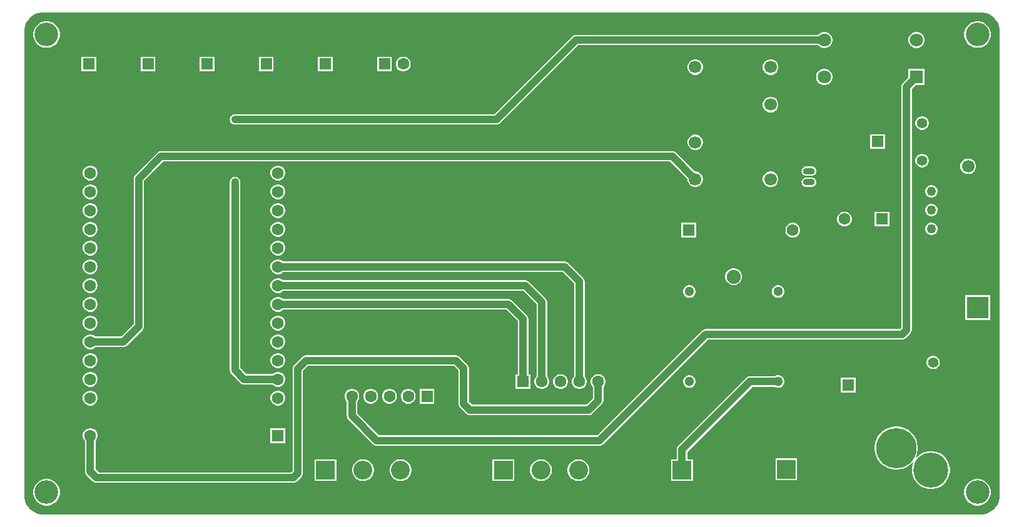
<source format=gbr>
%TF.GenerationSoftware,Altium Limited,Altium Designer,21.4.1 (30)*%
G04 Layer_Physical_Order=2*
G04 Layer_Color=16711680*
%FSLAX45Y45*%
%MOMM*%
%TF.SameCoordinates,B516314B-6D7E-4A12-AF4E-A3036E98B02D*%
%TF.FilePolarity,Positive*%
%TF.FileFunction,Copper,L2,Bot,Signal*%
%TF.Part,Single*%
G01*
G75*
%TA.AperFunction,Conductor*%
%ADD12C,1.00000*%
%TA.AperFunction,ComponentPad*%
%ADD15R,1.60000X0.90000*%
%ADD16O,1.60000X0.90000*%
%ADD17R,1.60000X1.60000*%
%ADD18C,1.60000*%
%ADD19R,2.55000X2.55000*%
%ADD20C,2.55000*%
%ADD21C,5.46000*%
%ADD22C,4.74000*%
%ADD23C,1.30000*%
%ADD24C,1.90000*%
%ADD25R,1.60000X1.60000*%
%ADD26C,1.70000*%
%ADD27C,3.20000*%
%ADD28C,1.80000*%
%ADD29R,1.80000X1.80000*%
%ADD30C,1.40000*%
%ADD31C,1.26900*%
%ADD32R,2.99999X2.99999*%
%ADD33C,2.99999*%
%TA.AperFunction,ViaPad*%
%ADD34C,0.60000*%
G36*
X13120090Y6890239D02*
X13166315Y6871092D01*
X13207915Y6843294D01*
X13243295Y6807915D01*
X13271092Y6766314D01*
X13290239Y6720089D01*
X13300000Y6671017D01*
Y6646000D01*
Y354000D01*
Y328983D01*
X13290239Y279911D01*
X13271092Y233686D01*
X13243295Y192084D01*
X13207915Y156705D01*
X13166315Y128908D01*
X13120090Y109761D01*
X13071017Y100000D01*
X328983D01*
X279911Y109761D01*
X233686Y128908D01*
X192084Y156705D01*
X156705Y192084D01*
X128908Y233686D01*
X109761Y279911D01*
X100000Y328983D01*
Y354000D01*
Y6646000D01*
Y6671017D01*
X109761Y6720089D01*
X128908Y6766314D01*
X156705Y6807915D01*
X192084Y6843294D01*
X233686Y6871092D01*
X279911Y6890239D01*
X328983Y6900000D01*
X13071017D01*
X13120090Y6890239D01*
D02*
G37*
%LPC*%
G36*
X13017728Y6780000D02*
X12982271D01*
X12947496Y6773083D01*
X12914738Y6759514D01*
X12885257Y6739815D01*
X12860185Y6714743D01*
X12840486Y6685262D01*
X12826917Y6652504D01*
X12820000Y6617728D01*
Y6582272D01*
X12826917Y6547496D01*
X12840486Y6514738D01*
X12860185Y6485257D01*
X12885257Y6460185D01*
X12914738Y6440486D01*
X12947496Y6426917D01*
X12982271Y6420000D01*
X13017728D01*
X13052504Y6426917D01*
X13085262Y6440486D01*
X13114743Y6460185D01*
X13139815Y6485257D01*
X13159514Y6514738D01*
X13173083Y6547496D01*
X13180000Y6582272D01*
Y6617728D01*
X13173083Y6652504D01*
X13159514Y6685262D01*
X13139815Y6714743D01*
X13114743Y6739815D01*
X13085262Y6759514D01*
X13052504Y6773083D01*
X13017728Y6780000D01*
D02*
G37*
G36*
X417728D02*
X382272D01*
X347496Y6773083D01*
X314738Y6759514D01*
X285257Y6739815D01*
X260185Y6714743D01*
X240486Y6685262D01*
X226917Y6652504D01*
X220000Y6617728D01*
Y6582272D01*
X226917Y6547496D01*
X240486Y6514738D01*
X260185Y6485257D01*
X285257Y6460185D01*
X314738Y6440486D01*
X347496Y6426917D01*
X382272Y6420000D01*
X417728D01*
X452504Y6426917D01*
X485262Y6440486D01*
X514743Y6460185D01*
X539815Y6485257D01*
X559514Y6514738D01*
X573083Y6547496D01*
X580000Y6582272D01*
Y6617728D01*
X573083Y6652504D01*
X559514Y6685262D01*
X539815Y6714743D01*
X514743Y6739815D01*
X485262Y6759514D01*
X452504Y6773083D01*
X417728Y6780000D01*
D02*
G37*
G36*
X12189482Y6635000D02*
X12160518D01*
X12132542Y6627503D01*
X12107459Y6613022D01*
X12086978Y6592541D01*
X12072497Y6567458D01*
X12065000Y6539482D01*
Y6510518D01*
X12072497Y6482542D01*
X12086978Y6457459D01*
X12107459Y6436978D01*
X12132542Y6422496D01*
X12160518Y6415000D01*
X12189482D01*
X12217458Y6422496D01*
X12242541Y6436978D01*
X12263022Y6457459D01*
X12277504Y6482542D01*
X12285000Y6510518D01*
Y6539482D01*
X12277504Y6567458D01*
X12263022Y6592541D01*
X12242541Y6613022D01*
X12217458Y6627503D01*
X12189482Y6635000D01*
D02*
G37*
G36*
X10939482D02*
X10910518D01*
X10882542Y6627503D01*
X10857459Y6613022D01*
X10840041Y6595604D01*
X7566400D01*
X7548126Y6593198D01*
X7531098Y6586145D01*
X7516475Y6574924D01*
X6462155Y5520604D01*
X2950000D01*
X2931726Y5518198D01*
X2914698Y5511145D01*
X2900075Y5499924D01*
X2888855Y5485302D01*
X2881802Y5468274D01*
X2879396Y5450000D01*
X2881802Y5431726D01*
X2888855Y5414698D01*
X2900075Y5400076D01*
X2914698Y5388855D01*
X2931726Y5381802D01*
X2950000Y5379396D01*
X6491400D01*
X6509674Y5381802D01*
X6526702Y5388855D01*
X6541324Y5400076D01*
X7595645Y6454396D01*
X10840041D01*
X10857459Y6436978D01*
X10882542Y6422496D01*
X10910518Y6415000D01*
X10939482D01*
X10967458Y6422496D01*
X10992541Y6436978D01*
X11013022Y6457459D01*
X11027503Y6482542D01*
X11035000Y6510518D01*
Y6539482D01*
X11027503Y6567458D01*
X11013022Y6592541D01*
X10992541Y6613022D01*
X10967458Y6627503D01*
X10939482Y6635000D01*
D02*
G37*
G36*
X5240165Y6300000D02*
X5213835D01*
X5188402Y6293185D01*
X5165599Y6280020D01*
X5146980Y6261401D01*
X5133815Y6238598D01*
X5127000Y6213165D01*
Y6186835D01*
X5133815Y6161402D01*
X5146980Y6138599D01*
X5165599Y6119980D01*
X5188402Y6106815D01*
X5213835Y6100000D01*
X5240165D01*
X5265598Y6106815D01*
X5288401Y6119980D01*
X5307020Y6138599D01*
X5320185Y6161402D01*
X5327000Y6186835D01*
Y6213165D01*
X5320185Y6238598D01*
X5307020Y6261401D01*
X5288401Y6280020D01*
X5265598Y6293185D01*
X5240165Y6300000D01*
D02*
G37*
G36*
X5073000D02*
X4873000D01*
Y6100000D01*
X5073000D01*
Y6300000D01*
D02*
G37*
G36*
X4273000D02*
X4073000D01*
Y6100000D01*
X4273000D01*
Y6300000D01*
D02*
G37*
G36*
X3473000D02*
X3273000D01*
Y6100000D01*
X3473000D01*
Y6300000D01*
D02*
G37*
G36*
X2673000D02*
X2473000D01*
Y6100000D01*
X2673000D01*
Y6300000D01*
D02*
G37*
G36*
X1873000D02*
X1673000D01*
Y6100000D01*
X1873000D01*
Y6300000D01*
D02*
G37*
G36*
X1073000D02*
X873000D01*
Y6100000D01*
X1073000D01*
Y6300000D01*
D02*
G37*
G36*
X10213823Y6265000D02*
X10186176D01*
X10159471Y6257844D01*
X10135529Y6244021D01*
X10115979Y6224471D01*
X10102156Y6200529D01*
X10095000Y6173824D01*
Y6146177D01*
X10102156Y6119472D01*
X10115979Y6095529D01*
X10135529Y6075979D01*
X10159471Y6062156D01*
X10186176Y6055000D01*
X10213823D01*
X10240528Y6062156D01*
X10264471Y6075979D01*
X10284021Y6095529D01*
X10297844Y6119472D01*
X10305000Y6146177D01*
Y6173824D01*
X10297844Y6200529D01*
X10284021Y6224471D01*
X10264471Y6244021D01*
X10240528Y6257844D01*
X10213823Y6265000D01*
D02*
G37*
G36*
X9193823D02*
X9166176D01*
X9139471Y6257844D01*
X9115529Y6244021D01*
X9095979Y6224471D01*
X9082156Y6200529D01*
X9075000Y6173824D01*
Y6146177D01*
X9082156Y6119472D01*
X9095979Y6095529D01*
X9115529Y6075979D01*
X9139471Y6062156D01*
X9166176Y6055000D01*
X9193823D01*
X9220528Y6062156D01*
X9244471Y6075979D01*
X9264021Y6095529D01*
X9277844Y6119472D01*
X9285000Y6146177D01*
Y6173824D01*
X9277844Y6200529D01*
X9264021Y6224471D01*
X9244471Y6244021D01*
X9220528Y6257844D01*
X9193823Y6265000D01*
D02*
G37*
G36*
X10939482Y6135000D02*
X10910518D01*
X10882542Y6127503D01*
X10857459Y6113022D01*
X10836978Y6092541D01*
X10822497Y6067458D01*
X10815000Y6039482D01*
Y6010518D01*
X10822497Y5982542D01*
X10836978Y5957458D01*
X10857459Y5936978D01*
X10882542Y5922496D01*
X10910518Y5915000D01*
X10939482D01*
X10967458Y5922496D01*
X10992541Y5936978D01*
X11013022Y5957458D01*
X11027503Y5982542D01*
X11035000Y6010518D01*
Y6039482D01*
X11027503Y6067458D01*
X11013022Y6092541D01*
X10992541Y6113022D01*
X10967458Y6127503D01*
X10939482Y6135000D01*
D02*
G37*
G36*
X10213823Y5755000D02*
X10186176D01*
X10159471Y5747844D01*
X10135529Y5734021D01*
X10115979Y5714471D01*
X10102156Y5690529D01*
X10095000Y5663824D01*
Y5636177D01*
X10102156Y5609472D01*
X10115979Y5585529D01*
X10135529Y5565979D01*
X10159471Y5552156D01*
X10186176Y5545000D01*
X10213823D01*
X10240528Y5552156D01*
X10264471Y5565979D01*
X10284021Y5585529D01*
X10297844Y5609472D01*
X10305000Y5636177D01*
Y5663824D01*
X10297844Y5690529D01*
X10284021Y5714471D01*
X10264471Y5734021D01*
X10240528Y5747844D01*
X10213823Y5755000D01*
D02*
G37*
G36*
X12261848Y5490000D02*
X12238151D01*
X12215261Y5483867D01*
X12194739Y5472018D01*
X12177982Y5455261D01*
X12166133Y5434739D01*
X12160000Y5411849D01*
Y5388152D01*
X12166133Y5365262D01*
X12177982Y5344739D01*
X12194739Y5327982D01*
X12215261Y5316134D01*
X12238151Y5310000D01*
X12261848D01*
X12284738Y5316134D01*
X12305261Y5327982D01*
X12322018Y5344739D01*
X12333866Y5365262D01*
X12340000Y5388152D01*
Y5411849D01*
X12333866Y5434739D01*
X12322018Y5455261D01*
X12305261Y5472018D01*
X12284738Y5483867D01*
X12261848Y5490000D01*
D02*
G37*
G36*
X11750000Y5250000D02*
X11550000D01*
Y5050000D01*
X11750000D01*
Y5250000D01*
D02*
G37*
G36*
X9193823Y5245000D02*
X9166176D01*
X9139471Y5237844D01*
X9115529Y5224021D01*
X9095979Y5204471D01*
X9082156Y5180529D01*
X9075000Y5153824D01*
Y5126177D01*
X9082156Y5099472D01*
X9095979Y5075529D01*
X9115529Y5055979D01*
X9139471Y5042156D01*
X9166176Y5035000D01*
X9193823D01*
X9220528Y5042156D01*
X9244471Y5055979D01*
X9264021Y5075529D01*
X9277844Y5099472D01*
X9285000Y5126177D01*
Y5153824D01*
X9277844Y5180529D01*
X9264021Y5204471D01*
X9244471Y5224021D01*
X9220528Y5237844D01*
X9193823Y5245000D01*
D02*
G37*
G36*
X12261848Y4982000D02*
X12238151D01*
X12215261Y4975867D01*
X12194739Y4964018D01*
X12177982Y4947261D01*
X12166133Y4926739D01*
X12160000Y4903849D01*
Y4880152D01*
X12166133Y4857262D01*
X12177982Y4836739D01*
X12194739Y4819982D01*
X12215261Y4808134D01*
X12238151Y4802000D01*
X12261848D01*
X12284738Y4808134D01*
X12305261Y4819982D01*
X12322018Y4836739D01*
X12333866Y4857262D01*
X12340000Y4880152D01*
Y4903849D01*
X12333866Y4926739D01*
X12322018Y4947261D01*
X12305261Y4964018D01*
X12284738Y4975867D01*
X12261848Y4982000D01*
D02*
G37*
G36*
X12888823Y4920000D02*
X12861176D01*
X12834471Y4912844D01*
X12810529Y4899021D01*
X12790979Y4879471D01*
X12777156Y4855529D01*
X12770000Y4828823D01*
Y4801177D01*
X12777156Y4774472D01*
X12790979Y4750529D01*
X12810529Y4730979D01*
X12834471Y4717156D01*
X12861176Y4710000D01*
X12888823D01*
X12915527Y4717156D01*
X12939471Y4730979D01*
X12959021Y4750529D01*
X12972844Y4774472D01*
X12980000Y4801177D01*
Y4828823D01*
X12972844Y4855529D01*
X12959021Y4879471D01*
X12939471Y4899021D01*
X12915527Y4912844D01*
X12888823Y4920000D01*
D02*
G37*
G36*
X10753800Y4815361D02*
X10683800D01*
X10666832Y4813127D01*
X10651020Y4806577D01*
X10637442Y4796158D01*
X10627023Y4782580D01*
X10620473Y4766768D01*
X10618239Y4749800D01*
X10620473Y4732832D01*
X10627023Y4717020D01*
X10637442Y4703442D01*
X10651020Y4693023D01*
X10666832Y4686473D01*
X10683800Y4684239D01*
X10753800D01*
X10770768Y4686473D01*
X10786580Y4693023D01*
X10800158Y4703442D01*
X10810577Y4717020D01*
X10817127Y4732832D01*
X10819361Y4749800D01*
X10817127Y4766768D01*
X10810577Y4782580D01*
X10800158Y4796158D01*
X10786580Y4806577D01*
X10770768Y4813127D01*
X10753800Y4815361D01*
D02*
G37*
G36*
X3543765Y4824400D02*
X3517435D01*
X3492002Y4817585D01*
X3469199Y4804420D01*
X3450580Y4785801D01*
X3437415Y4762998D01*
X3430600Y4737565D01*
Y4711235D01*
X3437415Y4685802D01*
X3450580Y4662999D01*
X3469199Y4644380D01*
X3492002Y4631215D01*
X3517435Y4624400D01*
X3543765D01*
X3569198Y4631215D01*
X3592001Y4644380D01*
X3610620Y4662999D01*
X3623785Y4685802D01*
X3630600Y4711235D01*
Y4737565D01*
X3623785Y4762998D01*
X3610620Y4785801D01*
X3592001Y4804420D01*
X3569198Y4817585D01*
X3543765Y4824400D01*
D02*
G37*
G36*
X1003765D02*
X977435D01*
X952002Y4817585D01*
X929199Y4804420D01*
X910580Y4785801D01*
X897415Y4762998D01*
X890600Y4737565D01*
Y4711235D01*
X897415Y4685802D01*
X910580Y4662999D01*
X929199Y4644380D01*
X952002Y4631215D01*
X977435Y4624400D01*
X1003765D01*
X1029198Y4631215D01*
X1052001Y4644380D01*
X1070620Y4662999D01*
X1083785Y4685802D01*
X1090600Y4711235D01*
Y4737565D01*
X1083785Y4762998D01*
X1070620Y4785801D01*
X1052001Y4804420D01*
X1029198Y4817585D01*
X1003765Y4824400D01*
D02*
G37*
G36*
X10213823Y4745000D02*
X10186176D01*
X10159471Y4737844D01*
X10135529Y4724021D01*
X10115979Y4704471D01*
X10102156Y4680529D01*
X10095000Y4653824D01*
Y4626177D01*
X10102156Y4599472D01*
X10115979Y4575529D01*
X10135529Y4555979D01*
X10159471Y4542156D01*
X10186176Y4535000D01*
X10213823D01*
X10240528Y4542156D01*
X10264471Y4555979D01*
X10284021Y4575529D01*
X10297844Y4599472D01*
X10305000Y4626177D01*
Y4653824D01*
X10297844Y4680529D01*
X10284021Y4704471D01*
X10264471Y4724021D01*
X10240528Y4737844D01*
X10213823Y4745000D01*
D02*
G37*
G36*
X8870000Y5020604D02*
X1950000D01*
X1931726Y5018198D01*
X1914698Y5011145D01*
X1900075Y4999924D01*
X1600076Y4699925D01*
X1588855Y4685302D01*
X1581802Y4668274D01*
X1579396Y4650000D01*
Y2679245D01*
X1409155Y2509004D01*
X1061417D01*
X1052001Y2518420D01*
X1029198Y2531585D01*
X1003765Y2538400D01*
X977435D01*
X952002Y2531585D01*
X929199Y2518420D01*
X910580Y2499801D01*
X897415Y2476998D01*
X890600Y2451565D01*
Y2425235D01*
X897415Y2399802D01*
X910580Y2376999D01*
X929199Y2358380D01*
X952002Y2345215D01*
X977435Y2338400D01*
X1003765D01*
X1029198Y2345215D01*
X1052001Y2358380D01*
X1061417Y2367796D01*
X1438400D01*
X1456673Y2370202D01*
X1473702Y2377255D01*
X1488324Y2388476D01*
X1699924Y2600076D01*
X1711145Y2614698D01*
X1718198Y2631727D01*
X1720604Y2650000D01*
Y4620755D01*
X1979245Y4879396D01*
X8840755D01*
X9075000Y4645151D01*
Y4626177D01*
X9082156Y4599472D01*
X9095979Y4575529D01*
X9115529Y4555979D01*
X9139471Y4542156D01*
X9166176Y4535000D01*
X9193823D01*
X9220528Y4542156D01*
X9244471Y4555979D01*
X9264021Y4575529D01*
X9277844Y4599472D01*
X9285000Y4626177D01*
Y4653824D01*
X9277844Y4680529D01*
X9264021Y4704471D01*
X9244471Y4724021D01*
X9220528Y4737844D01*
X9193823Y4745000D01*
X9174849D01*
X8919925Y4999924D01*
X8905302Y5011145D01*
X8888274Y5018198D01*
X8870000Y5020604D01*
D02*
G37*
G36*
X10753800Y4665361D02*
X10683800D01*
X10666832Y4663127D01*
X10651020Y4656577D01*
X10637442Y4646158D01*
X10627023Y4632580D01*
X10620473Y4616769D01*
X10618239Y4599800D01*
X10620473Y4582832D01*
X10627023Y4567020D01*
X10637442Y4553442D01*
X10651020Y4543023D01*
X10666832Y4536473D01*
X10683800Y4534239D01*
X10753800D01*
X10770768Y4536473D01*
X10786580Y4543023D01*
X10800158Y4553442D01*
X10810577Y4567020D01*
X10817127Y4582832D01*
X10819361Y4599800D01*
X10817127Y4616769D01*
X10810577Y4632580D01*
X10800158Y4646158D01*
X10786580Y4656577D01*
X10770768Y4663127D01*
X10753800Y4665361D01*
D02*
G37*
G36*
X12385986Y4562450D02*
X12364013D01*
X12342789Y4556763D01*
X12323760Y4545777D01*
X12308223Y4530239D01*
X12297237Y4511210D01*
X12291550Y4489986D01*
Y4468013D01*
X12297237Y4446789D01*
X12308223Y4427761D01*
X12323760Y4412223D01*
X12342789Y4401237D01*
X12364013Y4395550D01*
X12385986D01*
X12407210Y4401237D01*
X12426239Y4412223D01*
X12441776Y4427761D01*
X12452763Y4446789D01*
X12458450Y4468013D01*
Y4489986D01*
X12452763Y4511210D01*
X12441776Y4530239D01*
X12426239Y4545777D01*
X12407210Y4556763D01*
X12385986Y4562450D01*
D02*
G37*
G36*
X3543765Y4570400D02*
X3517435D01*
X3492002Y4563585D01*
X3469199Y4550420D01*
X3450580Y4531801D01*
X3437415Y4508998D01*
X3430600Y4483565D01*
Y4457235D01*
X3437415Y4431802D01*
X3450580Y4408999D01*
X3469199Y4390380D01*
X3492002Y4377215D01*
X3517435Y4370400D01*
X3543765D01*
X3569198Y4377215D01*
X3592001Y4390380D01*
X3610620Y4408999D01*
X3623785Y4431802D01*
X3630600Y4457235D01*
Y4483565D01*
X3623785Y4508998D01*
X3610620Y4531801D01*
X3592001Y4550420D01*
X3569198Y4563585D01*
X3543765Y4570400D01*
D02*
G37*
G36*
X1003765D02*
X977435D01*
X952002Y4563585D01*
X929199Y4550420D01*
X910580Y4531801D01*
X897415Y4508998D01*
X890600Y4483565D01*
Y4457235D01*
X897415Y4431802D01*
X910580Y4408999D01*
X929199Y4390380D01*
X952002Y4377215D01*
X977435Y4370400D01*
X1003765D01*
X1029198Y4377215D01*
X1052001Y4390380D01*
X1070620Y4408999D01*
X1083785Y4431802D01*
X1090600Y4457235D01*
Y4483565D01*
X1083785Y4508998D01*
X1070620Y4531801D01*
X1052001Y4550420D01*
X1029198Y4563585D01*
X1003765Y4570400D01*
D02*
G37*
G36*
X12385986Y4308450D02*
X12364013D01*
X12342789Y4302763D01*
X12323760Y4291777D01*
X12308223Y4276239D01*
X12297237Y4257210D01*
X12291550Y4235986D01*
Y4214013D01*
X12297237Y4192789D01*
X12308223Y4173761D01*
X12323760Y4158223D01*
X12342789Y4147237D01*
X12364013Y4141550D01*
X12385986D01*
X12407210Y4147237D01*
X12426239Y4158223D01*
X12441776Y4173761D01*
X12452763Y4192789D01*
X12458450Y4214013D01*
Y4235986D01*
X12452763Y4257210D01*
X12441776Y4276239D01*
X12426239Y4291777D01*
X12407210Y4302763D01*
X12385986Y4308450D01*
D02*
G37*
G36*
X3543765Y4316400D02*
X3517435D01*
X3492002Y4309585D01*
X3469199Y4296420D01*
X3450580Y4277801D01*
X3437415Y4254998D01*
X3430600Y4229565D01*
Y4203235D01*
X3437415Y4177802D01*
X3450580Y4154999D01*
X3469199Y4136380D01*
X3492002Y4123215D01*
X3517435Y4116400D01*
X3543765D01*
X3569198Y4123215D01*
X3592001Y4136380D01*
X3610620Y4154999D01*
X3623785Y4177802D01*
X3630600Y4203235D01*
Y4229565D01*
X3623785Y4254998D01*
X3610620Y4277801D01*
X3592001Y4296420D01*
X3569198Y4309585D01*
X3543765Y4316400D01*
D02*
G37*
G36*
X1003765D02*
X977435D01*
X952002Y4309585D01*
X929199Y4296420D01*
X910580Y4277801D01*
X897415Y4254998D01*
X890600Y4229565D01*
Y4203235D01*
X897415Y4177802D01*
X910580Y4154999D01*
X929199Y4136380D01*
X952002Y4123215D01*
X977435Y4116400D01*
X1003765D01*
X1029198Y4123215D01*
X1052001Y4136380D01*
X1070620Y4154999D01*
X1083785Y4177802D01*
X1090600Y4203235D01*
Y4229565D01*
X1083785Y4254998D01*
X1070620Y4277801D01*
X1052001Y4296420D01*
X1029198Y4309585D01*
X1003765Y4316400D01*
D02*
G37*
G36*
X11808000Y4200000D02*
X11608000D01*
Y4000000D01*
X11808000D01*
Y4200000D01*
D02*
G37*
G36*
X11213165D02*
X11186835D01*
X11161402Y4193185D01*
X11138599Y4180020D01*
X11119980Y4161401D01*
X11106815Y4138598D01*
X11100000Y4113165D01*
Y4086835D01*
X11106815Y4061402D01*
X11119980Y4038599D01*
X11138599Y4019980D01*
X11161402Y4006815D01*
X11186835Y4000000D01*
X11213165D01*
X11238598Y4006815D01*
X11261401Y4019980D01*
X11280020Y4038599D01*
X11293185Y4061402D01*
X11300000Y4086835D01*
Y4113165D01*
X11293185Y4138598D01*
X11280020Y4161401D01*
X11261401Y4180020D01*
X11238598Y4193185D01*
X11213165Y4200000D01*
D02*
G37*
G36*
X12385986Y4054450D02*
X12364013D01*
X12342789Y4048763D01*
X12323760Y4037777D01*
X12308223Y4022239D01*
X12297237Y4003210D01*
X12291550Y3981986D01*
Y3960013D01*
X12297237Y3938789D01*
X12308223Y3919761D01*
X12323760Y3904223D01*
X12342789Y3893237D01*
X12364013Y3887550D01*
X12385986D01*
X12407210Y3893237D01*
X12426239Y3904223D01*
X12441776Y3919761D01*
X12452763Y3938789D01*
X12458450Y3960013D01*
Y3981986D01*
X12452763Y4003210D01*
X12441776Y4022239D01*
X12426239Y4037777D01*
X12407210Y4048763D01*
X12385986Y4054450D01*
D02*
G37*
G36*
X3543765Y4062400D02*
X3517435D01*
X3492002Y4055585D01*
X3469199Y4042420D01*
X3450580Y4023801D01*
X3437415Y4000998D01*
X3430600Y3975565D01*
Y3949235D01*
X3437415Y3923802D01*
X3450580Y3900999D01*
X3469199Y3882380D01*
X3492002Y3869215D01*
X3517435Y3862400D01*
X3543765D01*
X3569198Y3869215D01*
X3592001Y3882380D01*
X3610620Y3900999D01*
X3623785Y3923802D01*
X3630600Y3949235D01*
Y3975565D01*
X3623785Y4000998D01*
X3610620Y4023801D01*
X3592001Y4042420D01*
X3569198Y4055585D01*
X3543765Y4062400D01*
D02*
G37*
G36*
X1003765D02*
X977435D01*
X952002Y4055585D01*
X929199Y4042420D01*
X910580Y4023801D01*
X897415Y4000998D01*
X890600Y3975565D01*
Y3949235D01*
X897415Y3923802D01*
X910580Y3900999D01*
X929199Y3882380D01*
X952002Y3869215D01*
X977435Y3862400D01*
X1003765D01*
X1029198Y3869215D01*
X1052001Y3882380D01*
X1070620Y3900999D01*
X1083785Y3923802D01*
X1090600Y3949235D01*
Y3975565D01*
X1083785Y4000998D01*
X1070620Y4023801D01*
X1052001Y4042420D01*
X1029198Y4055585D01*
X1003765Y4062400D01*
D02*
G37*
G36*
X10513165Y4050000D02*
X10486835D01*
X10461402Y4043185D01*
X10438599Y4030020D01*
X10419980Y4011401D01*
X10406815Y3988598D01*
X10400000Y3963165D01*
Y3936835D01*
X10406815Y3911402D01*
X10419980Y3888599D01*
X10438599Y3869980D01*
X10461402Y3856815D01*
X10486835Y3850000D01*
X10513165D01*
X10538598Y3856815D01*
X10561401Y3869980D01*
X10580020Y3888599D01*
X10593185Y3911402D01*
X10600000Y3936835D01*
Y3963165D01*
X10593185Y3988598D01*
X10580020Y4011401D01*
X10561401Y4030020D01*
X10538598Y4043185D01*
X10513165Y4050000D01*
D02*
G37*
G36*
X9190000D02*
X8990000D01*
Y3850000D01*
X9190000D01*
Y4050000D01*
D02*
G37*
G36*
X3543765Y3808400D02*
X3517435D01*
X3492002Y3801585D01*
X3469199Y3788420D01*
X3450580Y3769801D01*
X3437415Y3746998D01*
X3430600Y3721565D01*
Y3695235D01*
X3437415Y3669802D01*
X3450580Y3646999D01*
X3469199Y3628380D01*
X3492002Y3615215D01*
X3517435Y3608400D01*
X3543765D01*
X3569198Y3615215D01*
X3592001Y3628380D01*
X3610620Y3646999D01*
X3623785Y3669802D01*
X3630600Y3695235D01*
Y3721565D01*
X3623785Y3746998D01*
X3610620Y3769801D01*
X3592001Y3788420D01*
X3569198Y3801585D01*
X3543765Y3808400D01*
D02*
G37*
G36*
X1003765D02*
X977435D01*
X952002Y3801585D01*
X929199Y3788420D01*
X910580Y3769801D01*
X897415Y3746998D01*
X890600Y3721565D01*
Y3695235D01*
X897415Y3669802D01*
X910580Y3646999D01*
X929199Y3628380D01*
X952002Y3615215D01*
X977435Y3608400D01*
X1003765D01*
X1029198Y3615215D01*
X1052001Y3628380D01*
X1070620Y3646999D01*
X1083785Y3669802D01*
X1090600Y3695235D01*
Y3721565D01*
X1083785Y3746998D01*
X1070620Y3769801D01*
X1052001Y3788420D01*
X1029198Y3801585D01*
X1003765Y3808400D01*
D02*
G37*
G36*
Y3554400D02*
X977435D01*
X952002Y3547585D01*
X929199Y3534420D01*
X910580Y3515801D01*
X897415Y3492998D01*
X890600Y3467565D01*
Y3441235D01*
X897415Y3415802D01*
X910580Y3392999D01*
X929199Y3374380D01*
X952002Y3361215D01*
X977435Y3354400D01*
X1003765D01*
X1029198Y3361215D01*
X1052001Y3374380D01*
X1070620Y3392999D01*
X1083785Y3415802D01*
X1090600Y3441235D01*
Y3467565D01*
X1083785Y3492998D01*
X1070620Y3515801D01*
X1052001Y3534420D01*
X1029198Y3547585D01*
X1003765Y3554400D01*
D02*
G37*
G36*
X9715140Y3435000D02*
X9684860D01*
X9655612Y3427163D01*
X9629389Y3412023D01*
X9607977Y3390611D01*
X9592837Y3364388D01*
X9585000Y3335140D01*
Y3304860D01*
X9592837Y3275612D01*
X9607977Y3249388D01*
X9629389Y3227977D01*
X9655612Y3212837D01*
X9684860Y3205000D01*
X9715140D01*
X9744388Y3212837D01*
X9770612Y3227977D01*
X9792023Y3249388D01*
X9807163Y3275612D01*
X9815000Y3304860D01*
Y3335140D01*
X9807163Y3364388D01*
X9792023Y3390611D01*
X9770612Y3412023D01*
X9744388Y3427163D01*
X9715140Y3435000D01*
D02*
G37*
G36*
X1003765Y3300400D02*
X977435D01*
X952002Y3293585D01*
X929199Y3280420D01*
X910580Y3261801D01*
X897415Y3238998D01*
X890600Y3213565D01*
Y3187235D01*
X897415Y3161802D01*
X910580Y3138999D01*
X929199Y3120380D01*
X952002Y3107215D01*
X977435Y3100400D01*
X1003765D01*
X1029198Y3107215D01*
X1052001Y3120380D01*
X1070620Y3138999D01*
X1083785Y3161802D01*
X1090600Y3187235D01*
Y3213565D01*
X1083785Y3238998D01*
X1070620Y3261801D01*
X1052001Y3280420D01*
X1029198Y3293585D01*
X1003765Y3300400D01*
D02*
G37*
G36*
X10311191Y3205000D02*
X10288810D01*
X10267192Y3199207D01*
X10247809Y3188017D01*
X10231983Y3172191D01*
X10220793Y3152809D01*
X10215000Y3131190D01*
Y3108809D01*
X10220793Y3087191D01*
X10231983Y3067809D01*
X10247809Y3051983D01*
X10267192Y3040792D01*
X10288810Y3035000D01*
X10311191D01*
X10332809Y3040792D01*
X10352191Y3051983D01*
X10368017Y3067809D01*
X10379208Y3087191D01*
X10385000Y3108809D01*
Y3131190D01*
X10379208Y3152809D01*
X10368017Y3172191D01*
X10352191Y3188017D01*
X10332809Y3199207D01*
X10311191Y3205000D01*
D02*
G37*
G36*
X9111191D02*
X9088810D01*
X9067191Y3199207D01*
X9047809Y3188017D01*
X9031983Y3172191D01*
X9020793Y3152809D01*
X9015000Y3131190D01*
Y3108809D01*
X9020793Y3087191D01*
X9031983Y3067809D01*
X9047809Y3051983D01*
X9067191Y3040792D01*
X9088810Y3035000D01*
X9111191D01*
X9132809Y3040792D01*
X9152191Y3051983D01*
X9168017Y3067809D01*
X9179207Y3087191D01*
X9185000Y3108809D01*
Y3131190D01*
X9179207Y3152809D01*
X9168017Y3172191D01*
X9152191Y3188017D01*
X9132809Y3199207D01*
X9111191Y3205000D01*
D02*
G37*
G36*
X1003765Y3046400D02*
X977435D01*
X952002Y3039585D01*
X929199Y3026420D01*
X910580Y3007801D01*
X897415Y2984998D01*
X890600Y2959565D01*
Y2933235D01*
X897415Y2907802D01*
X910580Y2884999D01*
X929199Y2866380D01*
X952002Y2853215D01*
X977435Y2846400D01*
X1003765D01*
X1029198Y2853215D01*
X1052001Y2866380D01*
X1070620Y2884999D01*
X1083785Y2907802D01*
X1090600Y2933235D01*
Y2959565D01*
X1083785Y2984998D01*
X1070620Y3007801D01*
X1052001Y3026420D01*
X1029198Y3039585D01*
X1003765Y3046400D01*
D02*
G37*
G36*
X13170000Y3070000D02*
X12830000D01*
Y2730000D01*
X13170000D01*
Y3070000D01*
D02*
G37*
G36*
X3543765Y2792400D02*
X3517435D01*
X3492002Y2785585D01*
X3469199Y2772420D01*
X3450580Y2753801D01*
X3437415Y2730998D01*
X3430600Y2705565D01*
Y2679235D01*
X3437415Y2653802D01*
X3450580Y2630999D01*
X3469199Y2612380D01*
X3492002Y2599215D01*
X3517435Y2592400D01*
X3543765D01*
X3569198Y2599215D01*
X3592001Y2612380D01*
X3610620Y2630999D01*
X3623785Y2653802D01*
X3630600Y2679235D01*
Y2705565D01*
X3623785Y2730998D01*
X3610620Y2753801D01*
X3592001Y2772420D01*
X3569198Y2785585D01*
X3543765Y2792400D01*
D02*
G37*
G36*
X1003765D02*
X977435D01*
X952002Y2785585D01*
X929199Y2772420D01*
X910580Y2753801D01*
X897415Y2730998D01*
X890600Y2705565D01*
Y2679235D01*
X897415Y2653802D01*
X910580Y2630999D01*
X929199Y2612380D01*
X952002Y2599215D01*
X977435Y2592400D01*
X1003765D01*
X1029198Y2599215D01*
X1052001Y2612380D01*
X1070620Y2630999D01*
X1083785Y2653802D01*
X1090600Y2679235D01*
Y2705565D01*
X1083785Y2730998D01*
X1070620Y2753801D01*
X1052001Y2772420D01*
X1029198Y2785585D01*
X1003765Y2792400D01*
D02*
G37*
G36*
X3543765Y2538400D02*
X3517435D01*
X3492002Y2531585D01*
X3469199Y2518420D01*
X3450580Y2499801D01*
X3437415Y2476998D01*
X3430600Y2451565D01*
Y2425235D01*
X3437415Y2399802D01*
X3450580Y2376999D01*
X3469199Y2358380D01*
X3492002Y2345215D01*
X3517435Y2338400D01*
X3543765D01*
X3569198Y2345215D01*
X3592001Y2358380D01*
X3610620Y2376999D01*
X3623785Y2399802D01*
X3630600Y2425235D01*
Y2451565D01*
X3623785Y2476998D01*
X3610620Y2499801D01*
X3592001Y2518420D01*
X3569198Y2531585D01*
X3543765Y2538400D01*
D02*
G37*
G36*
Y2284400D02*
X3517435D01*
X3492002Y2277585D01*
X3469199Y2264420D01*
X3450580Y2245801D01*
X3437415Y2222998D01*
X3430600Y2197565D01*
Y2171235D01*
X3437415Y2145802D01*
X3450580Y2122999D01*
X3469199Y2104380D01*
X3492002Y2091215D01*
X3517435Y2084400D01*
X3543765D01*
X3569198Y2091215D01*
X3592001Y2104380D01*
X3610620Y2122999D01*
X3623785Y2145802D01*
X3630600Y2171235D01*
Y2197565D01*
X3623785Y2222998D01*
X3610620Y2245801D01*
X3592001Y2264420D01*
X3569198Y2277585D01*
X3543765Y2284400D01*
D02*
G37*
G36*
X1003765D02*
X977435D01*
X952002Y2277585D01*
X929199Y2264420D01*
X910580Y2245801D01*
X897415Y2222998D01*
X890600Y2197565D01*
Y2171235D01*
X897415Y2145802D01*
X910580Y2122999D01*
X929199Y2104380D01*
X952002Y2091215D01*
X977435Y2084400D01*
X1003765D01*
X1029198Y2091215D01*
X1052001Y2104380D01*
X1070620Y2122999D01*
X1083785Y2145802D01*
X1090600Y2171235D01*
Y2197565D01*
X1083785Y2222998D01*
X1070620Y2245801D01*
X1052001Y2264420D01*
X1029198Y2277585D01*
X1003765Y2284400D01*
D02*
G37*
G36*
X12411849Y2248000D02*
X12388151D01*
X12365262Y2241866D01*
X12344739Y2230018D01*
X12327982Y2213261D01*
X12316134Y2192739D01*
X12310000Y2169849D01*
Y2146151D01*
X12316134Y2123261D01*
X12327982Y2102739D01*
X12344739Y2085982D01*
X12365262Y2074134D01*
X12388151Y2068000D01*
X12411849D01*
X12434739Y2074134D01*
X12455261Y2085982D01*
X12472018Y2102739D01*
X12483867Y2123261D01*
X12490000Y2146151D01*
Y2169849D01*
X12483867Y2192739D01*
X12472018Y2213261D01*
X12455261Y2230018D01*
X12434739Y2241866D01*
X12411849Y2248000D01*
D02*
G37*
G36*
X2950000Y4670604D02*
X2931726Y4668198D01*
X2914698Y4661145D01*
X2900075Y4649924D01*
X2888855Y4635302D01*
X2881802Y4618273D01*
X2879396Y4600000D01*
Y2053800D01*
X2881802Y2035527D01*
X2888855Y2018498D01*
X2900075Y2003876D01*
X3023476Y1880476D01*
X3038098Y1869255D01*
X3055126Y1862202D01*
X3073400Y1859796D01*
X3459783D01*
X3469199Y1850380D01*
X3492002Y1837215D01*
X3517435Y1830400D01*
X3543765D01*
X3569198Y1837215D01*
X3592001Y1850380D01*
X3610620Y1868999D01*
X3623785Y1891802D01*
X3630600Y1917235D01*
Y1943565D01*
X3623785Y1968998D01*
X3610620Y1991801D01*
X3592001Y2010420D01*
X3569198Y2023585D01*
X3543765Y2030400D01*
X3517435D01*
X3492002Y2023585D01*
X3469199Y2010420D01*
X3459783Y2001004D01*
X3102645D01*
X3020604Y2083045D01*
Y4600000D01*
X3018198Y4618273D01*
X3011145Y4635302D01*
X2999924Y4649924D01*
X2985302Y4661145D01*
X2968273Y4668198D01*
X2950000Y4670604D01*
D02*
G37*
G36*
X1003765Y2030400D02*
X977435D01*
X952002Y2023585D01*
X929199Y2010420D01*
X910580Y1991801D01*
X897415Y1968998D01*
X890600Y1943565D01*
Y1917235D01*
X897415Y1891802D01*
X910580Y1868999D01*
X929199Y1850380D01*
X952002Y1837215D01*
X977435Y1830400D01*
X1003765D01*
X1029198Y1837215D01*
X1052001Y1850380D01*
X1070620Y1868999D01*
X1083785Y1891802D01*
X1090600Y1917235D01*
Y1943565D01*
X1083785Y1968998D01*
X1070620Y1991801D01*
X1052001Y2010420D01*
X1029198Y2023585D01*
X1003765Y2030400D01*
D02*
G37*
G36*
X10311191Y1985000D02*
X10288810D01*
X10267192Y1979207D01*
X10252290Y1970604D01*
X9922500D01*
X9904226Y1968198D01*
X9887198Y1961145D01*
X9872575Y1949924D01*
X8950076Y1027425D01*
X8938855Y1012802D01*
X8931802Y995774D01*
X8929396Y977500D01*
Y847500D01*
X8852500D01*
Y552500D01*
X9147500D01*
Y847500D01*
X9070604D01*
Y948255D01*
X9951745Y1829396D01*
X10252290D01*
X10267192Y1820793D01*
X10288810Y1815000D01*
X10311191D01*
X10332809Y1820793D01*
X10352191Y1831983D01*
X10368017Y1847809D01*
X10379208Y1867191D01*
X10385000Y1888810D01*
Y1911190D01*
X10379208Y1932809D01*
X10368017Y1952191D01*
X10352191Y1968017D01*
X10332809Y1979207D01*
X10311191Y1985000D01*
D02*
G37*
G36*
X9111191D02*
X9088810D01*
X9067191Y1979207D01*
X9047809Y1968017D01*
X9031983Y1952191D01*
X9020793Y1932809D01*
X9015000Y1911190D01*
Y1888810D01*
X9020793Y1867191D01*
X9031983Y1847809D01*
X9047809Y1831983D01*
X9067191Y1820793D01*
X9088810Y1815000D01*
X9111191D01*
X9132809Y1820793D01*
X9152191Y1831983D01*
X9168017Y1847809D01*
X9179207Y1867191D01*
X9185000Y1888810D01*
Y1911190D01*
X9179207Y1932809D01*
X9168017Y1952191D01*
X9152191Y1968017D01*
X9132809Y1979207D01*
X9111191Y1985000D01*
D02*
G37*
G36*
X3543765Y3554400D02*
X3517435D01*
X3492002Y3547585D01*
X3469199Y3534420D01*
X3450580Y3515801D01*
X3437415Y3492998D01*
X3430600Y3467565D01*
Y3441235D01*
X3437415Y3415802D01*
X3450580Y3392999D01*
X3469199Y3374380D01*
X3492002Y3361215D01*
X3517435Y3354400D01*
X3543765D01*
X3569198Y3361215D01*
X3592001Y3374380D01*
X3601417Y3383796D01*
X7387555D01*
X7541396Y3229955D01*
Y1970817D01*
X7531980Y1961401D01*
X7518815Y1938598D01*
X7512000Y1913165D01*
Y1886835D01*
X7518815Y1861402D01*
X7531980Y1838599D01*
X7550599Y1819980D01*
X7573402Y1806815D01*
X7598835Y1800000D01*
X7625165D01*
X7650598Y1806815D01*
X7673401Y1819980D01*
X7692020Y1838599D01*
X7705185Y1861402D01*
X7712000Y1886835D01*
Y1913165D01*
X7705185Y1938598D01*
X7692020Y1961401D01*
X7682604Y1970817D01*
Y3259200D01*
X7680198Y3277474D01*
X7673145Y3294502D01*
X7661924Y3309125D01*
X7466725Y3504324D01*
X7452102Y3515545D01*
X7435074Y3522598D01*
X7416800Y3525004D01*
X3601417D01*
X3592001Y3534420D01*
X3569198Y3547585D01*
X3543765Y3554400D01*
D02*
G37*
G36*
X7371165Y2000000D02*
X7344835D01*
X7319402Y1993185D01*
X7296599Y1980020D01*
X7277980Y1961401D01*
X7264815Y1938598D01*
X7258000Y1913165D01*
Y1886835D01*
X7264815Y1861402D01*
X7277980Y1838599D01*
X7296599Y1819980D01*
X7319402Y1806815D01*
X7344835Y1800000D01*
X7371165D01*
X7396598Y1806815D01*
X7419401Y1819980D01*
X7438020Y1838599D01*
X7451185Y1861402D01*
X7458000Y1886835D01*
Y1913165D01*
X7451185Y1938598D01*
X7438020Y1961401D01*
X7419401Y1980020D01*
X7396598Y1993185D01*
X7371165Y2000000D01*
D02*
G37*
G36*
X3543765Y3300400D02*
X3517435D01*
X3492002Y3293585D01*
X3469199Y3280420D01*
X3450580Y3261801D01*
X3437415Y3238998D01*
X3430600Y3213565D01*
Y3187235D01*
X3437415Y3161802D01*
X3450580Y3138999D01*
X3469199Y3120380D01*
X3492002Y3107215D01*
X3517435Y3100400D01*
X3543765D01*
X3569198Y3107215D01*
X3592001Y3120380D01*
X3601417Y3129796D01*
X6854155D01*
X7033396Y2950555D01*
Y1970817D01*
X7023980Y1961401D01*
X7010815Y1938598D01*
X7004000Y1913165D01*
Y1886835D01*
X7010815Y1861402D01*
X7023980Y1838599D01*
X7042599Y1819980D01*
X7065402Y1806815D01*
X7090835Y1800000D01*
X7117165D01*
X7142598Y1806815D01*
X7165401Y1819980D01*
X7184020Y1838599D01*
X7197185Y1861402D01*
X7204000Y1886835D01*
Y1913165D01*
X7197185Y1938598D01*
X7184020Y1961401D01*
X7174604Y1970817D01*
Y2979800D01*
X7172198Y2998074D01*
X7165145Y3015102D01*
X7153924Y3029725D01*
X6933325Y3250324D01*
X6918702Y3261545D01*
X6901674Y3268598D01*
X6883400Y3271004D01*
X3601417D01*
X3592001Y3280420D01*
X3569198Y3293585D01*
X3543765Y3300400D01*
D02*
G37*
G36*
Y3046400D02*
X3517435D01*
X3492002Y3039585D01*
X3469199Y3026420D01*
X3450580Y3007801D01*
X3437415Y2984998D01*
X3430600Y2959565D01*
Y2933235D01*
X3437415Y2907802D01*
X3450580Y2884999D01*
X3469199Y2866380D01*
X3492002Y2853215D01*
X3517435Y2846400D01*
X3543765D01*
X3569198Y2853215D01*
X3592001Y2866380D01*
X3601417Y2875796D01*
X6625555D01*
X6779396Y2721955D01*
Y2000000D01*
X6750000D01*
Y1800000D01*
X6950000D01*
Y2000000D01*
X6920604D01*
Y2751200D01*
X6918198Y2769474D01*
X6911145Y2786502D01*
X6899924Y2801125D01*
X6704725Y2996324D01*
X6690102Y3007545D01*
X6673074Y3014598D01*
X6654800Y3017004D01*
X3601417D01*
X3592001Y3026420D01*
X3569198Y3039585D01*
X3543765Y3046400D01*
D02*
G37*
G36*
X11350000Y1950000D02*
X11150000D01*
Y1750000D01*
X11350000D01*
Y1950000D01*
D02*
G37*
G36*
X5650000Y1800000D02*
X5450000D01*
Y1600000D01*
X5650000D01*
Y1800000D01*
D02*
G37*
G36*
X5309165D02*
X5282835D01*
X5257402Y1793185D01*
X5234599Y1780020D01*
X5215980Y1761401D01*
X5202815Y1738598D01*
X5196000Y1713165D01*
Y1686835D01*
X5202815Y1661402D01*
X5215980Y1638599D01*
X5234599Y1619980D01*
X5257402Y1606815D01*
X5282835Y1600000D01*
X5309165D01*
X5334598Y1606815D01*
X5357401Y1619980D01*
X5376020Y1638599D01*
X5389185Y1661402D01*
X5396000Y1686835D01*
Y1713165D01*
X5389185Y1738598D01*
X5376020Y1761401D01*
X5357401Y1780020D01*
X5334598Y1793185D01*
X5309165Y1800000D01*
D02*
G37*
G36*
X5055165D02*
X5028835D01*
X5003402Y1793185D01*
X4980599Y1780020D01*
X4961980Y1761401D01*
X4948815Y1738598D01*
X4942000Y1713165D01*
Y1686835D01*
X4948815Y1661402D01*
X4961980Y1638599D01*
X4980599Y1619980D01*
X5003402Y1606815D01*
X5028835Y1600000D01*
X5055165D01*
X5080598Y1606815D01*
X5103401Y1619980D01*
X5122020Y1638599D01*
X5135185Y1661402D01*
X5142000Y1686835D01*
Y1713165D01*
X5135185Y1738598D01*
X5122020Y1761401D01*
X5103401Y1780020D01*
X5080598Y1793185D01*
X5055165Y1800000D01*
D02*
G37*
G36*
X4801165D02*
X4774835D01*
X4749402Y1793185D01*
X4726599Y1780020D01*
X4707980Y1761401D01*
X4694815Y1738598D01*
X4688000Y1713165D01*
Y1686835D01*
X4694815Y1661402D01*
X4707980Y1638599D01*
X4726599Y1619980D01*
X4749402Y1606815D01*
X4774835Y1600000D01*
X4801165D01*
X4826598Y1606815D01*
X4849401Y1619980D01*
X4868020Y1638599D01*
X4881185Y1661402D01*
X4888000Y1686835D01*
Y1713165D01*
X4881185Y1738598D01*
X4868020Y1761401D01*
X4849401Y1780020D01*
X4826598Y1793185D01*
X4801165Y1800000D01*
D02*
G37*
G36*
X3543765Y1776400D02*
X3517435D01*
X3492002Y1769585D01*
X3469199Y1756420D01*
X3450580Y1737801D01*
X3437415Y1714998D01*
X3430600Y1689565D01*
Y1663235D01*
X3437415Y1637802D01*
X3450580Y1614999D01*
X3469199Y1596380D01*
X3492002Y1583215D01*
X3517435Y1576400D01*
X3543765D01*
X3569198Y1583215D01*
X3592001Y1596380D01*
X3610620Y1614999D01*
X3623785Y1637802D01*
X3630600Y1663235D01*
Y1689565D01*
X3623785Y1714998D01*
X3610620Y1737801D01*
X3592001Y1756420D01*
X3569198Y1769585D01*
X3543765Y1776400D01*
D02*
G37*
G36*
X1003765D02*
X977435D01*
X952002Y1769585D01*
X929199Y1756420D01*
X910580Y1737801D01*
X897415Y1714998D01*
X890600Y1689565D01*
Y1663235D01*
X897415Y1637802D01*
X910580Y1614999D01*
X929199Y1596380D01*
X952002Y1583215D01*
X977435Y1576400D01*
X1003765D01*
X1029198Y1583215D01*
X1052001Y1596380D01*
X1070620Y1614999D01*
X1083785Y1637802D01*
X1090600Y1663235D01*
Y1689565D01*
X1083785Y1714998D01*
X1070620Y1737801D01*
X1052001Y1756420D01*
X1029198Y1769585D01*
X1003765Y1776400D01*
D02*
G37*
G36*
X5943600Y2255004D02*
X3911600D01*
X3893326Y2252598D01*
X3876298Y2245545D01*
X3861676Y2234324D01*
X3750076Y2122724D01*
X3738855Y2108102D01*
X3731802Y2091074D01*
X3729396Y2072800D01*
Y687824D01*
X3712176Y670604D01*
X1105645D01*
X1061204Y715045D01*
Y1097583D01*
X1070620Y1106999D01*
X1083785Y1129802D01*
X1090600Y1155235D01*
Y1181565D01*
X1083785Y1206998D01*
X1070620Y1229801D01*
X1052001Y1248420D01*
X1029198Y1261585D01*
X1003765Y1268400D01*
X977435D01*
X952002Y1261585D01*
X929199Y1248420D01*
X910580Y1229801D01*
X897415Y1206998D01*
X890600Y1181565D01*
Y1155235D01*
X897415Y1129802D01*
X910580Y1106999D01*
X919996Y1097583D01*
Y685800D01*
X922402Y667526D01*
X929455Y650498D01*
X940676Y635876D01*
X1026475Y550076D01*
X1041098Y538855D01*
X1058126Y531802D01*
X1076400Y529396D01*
X3741421D01*
X3759695Y531802D01*
X3776723Y538855D01*
X3791346Y550076D01*
X3849924Y608654D01*
X3861145Y623277D01*
X3868198Y640305D01*
X3870604Y658579D01*
Y2043555D01*
X3940845Y2113796D01*
X5914355D01*
X5974596Y2053555D01*
Y1600200D01*
X5977002Y1581927D01*
X5984055Y1564898D01*
X5995276Y1550276D01*
X6078476Y1467076D01*
X6093098Y1455855D01*
X6110127Y1448802D01*
X6128400Y1446396D01*
X7740000D01*
X7758274Y1448802D01*
X7775302Y1455855D01*
X7789924Y1467076D01*
X7915924Y1593076D01*
X7927145Y1607698D01*
X7934198Y1624726D01*
X7936604Y1643000D01*
Y1829183D01*
X7946020Y1838599D01*
X7959185Y1861402D01*
X7966000Y1886835D01*
Y1913165D01*
X7959185Y1938598D01*
X7946020Y1961401D01*
X7927401Y1980020D01*
X7904598Y1993185D01*
X7879165Y2000000D01*
X7852835D01*
X7827402Y1993185D01*
X7804599Y1980020D01*
X7785980Y1961401D01*
X7772815Y1938598D01*
X7766000Y1913165D01*
Y1886835D01*
X7772815Y1861402D01*
X7785980Y1838599D01*
X7795396Y1829183D01*
Y1672245D01*
X7710755Y1587604D01*
X6157645D01*
X6115804Y1629445D01*
Y2082800D01*
X6113398Y2101074D01*
X6106345Y2118102D01*
X6095124Y2132725D01*
X5993525Y2234324D01*
X5978902Y2245545D01*
X5961874Y2252598D01*
X5943600Y2255004D01*
D02*
G37*
G36*
X12285000Y6135000D02*
X12065000D01*
Y6014849D01*
X11989676Y5939524D01*
X11978455Y5924902D01*
X11971402Y5907873D01*
X11968996Y5889600D01*
Y2627824D01*
X11951776Y2610604D01*
X9321800D01*
X9303526Y2608198D01*
X9286498Y2601145D01*
X9271876Y2589924D01*
X7852555Y1170604D01*
X4898245D01*
X4604604Y1464245D01*
Y1629183D01*
X4614020Y1638599D01*
X4627185Y1661402D01*
X4634000Y1686835D01*
Y1713165D01*
X4627185Y1738598D01*
X4614020Y1761401D01*
X4595401Y1780020D01*
X4572598Y1793185D01*
X4547165Y1800000D01*
X4520835D01*
X4495402Y1793185D01*
X4472599Y1780020D01*
X4453980Y1761401D01*
X4440815Y1738598D01*
X4434000Y1713165D01*
Y1686835D01*
X4440815Y1661402D01*
X4453980Y1638599D01*
X4463396Y1629183D01*
Y1435000D01*
X4465802Y1416726D01*
X4472855Y1399698D01*
X4484076Y1385075D01*
X4819075Y1050076D01*
X4833698Y1038855D01*
X4850726Y1031802D01*
X4869000Y1029396D01*
X7881800D01*
X7900074Y1031802D01*
X7917102Y1038855D01*
X7931725Y1050076D01*
X9351045Y2469396D01*
X11981021D01*
X11999295Y2471802D01*
X12016323Y2478855D01*
X12030946Y2490076D01*
X12089524Y2548654D01*
X12100745Y2563277D01*
X12107798Y2580305D01*
X12110204Y2598579D01*
Y5860355D01*
X12164849Y5915000D01*
X12285000D01*
Y6135000D01*
D02*
G37*
G36*
X3630600Y1268400D02*
X3430600D01*
Y1068400D01*
X3630600D01*
Y1268400D01*
D02*
G37*
G36*
X10560200Y858700D02*
X10265200D01*
Y563700D01*
X10560200D01*
Y858700D01*
D02*
G37*
G36*
X7614528Y847500D02*
X7585473D01*
X7556976Y841832D01*
X7530133Y830713D01*
X7505974Y814571D01*
X7485429Y794026D01*
X7469287Y769867D01*
X7458168Y743024D01*
X7452500Y714528D01*
Y685473D01*
X7458168Y656976D01*
X7469287Y630133D01*
X7485429Y605974D01*
X7505974Y585429D01*
X7530133Y569287D01*
X7556976Y558169D01*
X7585473Y552500D01*
X7614528D01*
X7643024Y558169D01*
X7669867Y569287D01*
X7694026Y585429D01*
X7714571Y605974D01*
X7730713Y630133D01*
X7741832Y656976D01*
X7747500Y685473D01*
Y714528D01*
X7741832Y743024D01*
X7730713Y769867D01*
X7714571Y794026D01*
X7694026Y814571D01*
X7669867Y830713D01*
X7643024Y841832D01*
X7614528Y847500D01*
D02*
G37*
G36*
X7106528D02*
X7077473D01*
X7048976Y841832D01*
X7022133Y830713D01*
X6997974Y814571D01*
X6977429Y794026D01*
X6961287Y769867D01*
X6950168Y743024D01*
X6944500Y714528D01*
Y685473D01*
X6950168Y656976D01*
X6961287Y630133D01*
X6977429Y605974D01*
X6997974Y585429D01*
X7022133Y569287D01*
X7048976Y558169D01*
X7077473Y552500D01*
X7106528D01*
X7135024Y558169D01*
X7161867Y569287D01*
X7186026Y585429D01*
X7206571Y605974D01*
X7222713Y630133D01*
X7233832Y656976D01*
X7239500Y685473D01*
Y714528D01*
X7233832Y743024D01*
X7222713Y769867D01*
X7206571Y794026D01*
X7186026Y814571D01*
X7161867Y830713D01*
X7135024Y841832D01*
X7106528Y847500D01*
D02*
G37*
G36*
X6731500D02*
X6436500D01*
Y552500D01*
X6731500D01*
Y847500D01*
D02*
G37*
G36*
X5206528D02*
X5177472D01*
X5148976Y841832D01*
X5122133Y830713D01*
X5097974Y814571D01*
X5077429Y794026D01*
X5061287Y769867D01*
X5050168Y743024D01*
X5044500Y714528D01*
Y685473D01*
X5050168Y656976D01*
X5061287Y630133D01*
X5077429Y605974D01*
X5097974Y585429D01*
X5122133Y569287D01*
X5148976Y558169D01*
X5177472Y552500D01*
X5206528D01*
X5235024Y558169D01*
X5261867Y569287D01*
X5286026Y585429D01*
X5306571Y605974D01*
X5322713Y630133D01*
X5333832Y656976D01*
X5339500Y685473D01*
Y714528D01*
X5333832Y743024D01*
X5322713Y769867D01*
X5306571Y794026D01*
X5286026Y814571D01*
X5261867Y830713D01*
X5235024Y841832D01*
X5206528Y847500D01*
D02*
G37*
G36*
X4698528D02*
X4669472D01*
X4640976Y841832D01*
X4614133Y830713D01*
X4589974Y814571D01*
X4569429Y794026D01*
X4553287Y769867D01*
X4542168Y743024D01*
X4536500Y714528D01*
Y685473D01*
X4542168Y656976D01*
X4553287Y630133D01*
X4569429Y605974D01*
X4589974Y585429D01*
X4614133Y569287D01*
X4640976Y558169D01*
X4669472Y552500D01*
X4698528D01*
X4727024Y558169D01*
X4753867Y569287D01*
X4778026Y585429D01*
X4798571Y605974D01*
X4814713Y630133D01*
X4825832Y656976D01*
X4831500Y685473D01*
Y714528D01*
X4825832Y743024D01*
X4814713Y769867D01*
X4798571Y794026D01*
X4778026Y814571D01*
X4753867Y830713D01*
X4727024Y841832D01*
X4698528Y847500D01*
D02*
G37*
G36*
X4323500D02*
X4028500D01*
Y552500D01*
X4323500D01*
Y847500D01*
D02*
G37*
G36*
X11923060Y1293000D02*
X11876940D01*
X11831389Y1285785D01*
X11787527Y1271534D01*
X11746435Y1250596D01*
X11709123Y1223488D01*
X11676512Y1190877D01*
X11649404Y1153565D01*
X11628466Y1112473D01*
X11614215Y1068611D01*
X11607000Y1023060D01*
Y976940D01*
X11614215Y931389D01*
X11628466Y887527D01*
X11649404Y846435D01*
X11676512Y809123D01*
X11709123Y776512D01*
X11746435Y749404D01*
X11787527Y728466D01*
X11831389Y714215D01*
X11876940Y707000D01*
X11923060D01*
X11968611Y714215D01*
X12012473Y728466D01*
X12053565Y749404D01*
X12090877Y776512D01*
X12123488Y809123D01*
X12134160Y802206D01*
X12122876Y774964D01*
X12113000Y725312D01*
Y674688D01*
X12122876Y625036D01*
X12142250Y578265D01*
X12170375Y536172D01*
X12206172Y500375D01*
X12248265Y472249D01*
X12295036Y452876D01*
X12344688Y443000D01*
X12395313D01*
X12444964Y452876D01*
X12491735Y472249D01*
X12533828Y500375D01*
X12569625Y536172D01*
X12597751Y578265D01*
X12617124Y625036D01*
X12627000Y674688D01*
Y725312D01*
X12617124Y774964D01*
X12597751Y821735D01*
X12569625Y863828D01*
X12533828Y899625D01*
X12491735Y927751D01*
X12444964Y947124D01*
X12395313Y957000D01*
X12344688D01*
X12295036Y947124D01*
X12248265Y927751D01*
X12206172Y899625D01*
X12177179Y870631D01*
X12166776Y878189D01*
X12171534Y887527D01*
X12185785Y931389D01*
X12193000Y976940D01*
Y1023060D01*
X12185785Y1068611D01*
X12171534Y1112473D01*
X12150596Y1153565D01*
X12123488Y1190877D01*
X12090877Y1223488D01*
X12053565Y1250596D01*
X12012473Y1271534D01*
X11968611Y1285785D01*
X11923060Y1293000D01*
D02*
G37*
G36*
X13017728Y580000D02*
X12982271D01*
X12947496Y573083D01*
X12914738Y559514D01*
X12885257Y539815D01*
X12860185Y514743D01*
X12840486Y485262D01*
X12826917Y452504D01*
X12820000Y417728D01*
Y382272D01*
X12826917Y347496D01*
X12840486Y314738D01*
X12860185Y285257D01*
X12885257Y260185D01*
X12914738Y240486D01*
X12947496Y226917D01*
X12982271Y220000D01*
X13017728D01*
X13052504Y226917D01*
X13085262Y240486D01*
X13114743Y260185D01*
X13139815Y285257D01*
X13159514Y314738D01*
X13173083Y347496D01*
X13180000Y382272D01*
Y417728D01*
X13173083Y452504D01*
X13159514Y485262D01*
X13139815Y514743D01*
X13114743Y539815D01*
X13085262Y559514D01*
X13052504Y573083D01*
X13017728Y580000D01*
D02*
G37*
G36*
X417728D02*
X382272D01*
X347496Y573083D01*
X314738Y559514D01*
X285257Y539815D01*
X260185Y514743D01*
X240486Y485262D01*
X226917Y452504D01*
X220000Y417728D01*
Y382272D01*
X226917Y347496D01*
X240486Y314738D01*
X260185Y285257D01*
X285257Y260185D01*
X314738Y240486D01*
X347496Y226917D01*
X382272Y220000D01*
X417728D01*
X452504Y226917D01*
X485262Y240486D01*
X514743Y260185D01*
X539815Y285257D01*
X559514Y314738D01*
X573083Y347496D01*
X580000Y382272D01*
Y417728D01*
X573083Y452504D01*
X559514Y485262D01*
X539815Y514743D01*
X514743Y539815D01*
X485262Y559514D01*
X452504Y573083D01*
X417728Y580000D01*
D02*
G37*
%LPD*%
D12*
X5943600Y2184400D02*
X6045200Y2082800D01*
X7740000Y1517000D02*
X7866000Y1643000D01*
X3800000Y658579D02*
Y2072800D01*
X990600Y685800D02*
X1076400Y600000D01*
X6128400Y1517000D02*
X7740000D01*
X990600Y685800D02*
Y1168400D01*
X6045200Y1600200D02*
Y2082800D01*
X1076400Y600000D02*
X3741421D01*
X6045200Y1600200D02*
X6128400Y1517000D01*
X3800000Y2072800D02*
X3911600Y2184400D01*
X3741421Y600000D02*
X3800000Y658579D01*
X3911600Y2184400D02*
X5943600D01*
X7866000Y1643000D02*
Y1900000D01*
X6491400Y5450000D02*
X7566400Y6525000D01*
X2950000Y5450000D02*
X6491400D01*
X7566400Y6525000D02*
X10925000D01*
X3530600Y2946400D02*
X6654800D01*
X6850000Y1900000D02*
Y2751200D01*
X6654800Y2946400D02*
X6850000Y2751200D01*
X3530600Y3200400D02*
X6883400D01*
X7104000Y2979800D01*
Y1900000D02*
Y2979800D01*
X3530600Y3454400D02*
X7416800D01*
X7612000Y1900000D02*
Y3259200D01*
X7416800Y3454400D02*
X7612000Y3259200D01*
X4534000Y1435000D02*
Y1700000D01*
Y1435000D02*
X4869000Y1100000D01*
X9321800Y2540000D02*
X11981021D01*
X4869000Y1100000D02*
X7881800D01*
X9321800Y2540000D01*
X12039600Y2598579D02*
Y5889600D01*
X11981021Y2540000D02*
X12039600Y2598579D01*
Y5889600D02*
X12175000Y6025000D01*
X9922500Y1900000D02*
X10300000D01*
X9000000Y977500D02*
X9922500Y1900000D01*
X9000000Y700000D02*
Y977500D01*
X1650000Y2650000D02*
Y4650000D01*
X8870000Y4950000D02*
X9180000Y4640000D01*
X1650000Y4650000D02*
X1950000Y4950000D01*
X8870000D01*
X1438400Y2438400D02*
X1650000Y2650000D01*
X990600Y2438400D02*
X1438400D01*
X3073400Y1930400D02*
X3530600D01*
X2950000Y2053800D02*
X3073400Y1930400D01*
X2950000Y2053800D02*
Y4600000D01*
D15*
X10718800Y4899800D02*
D03*
D16*
Y4749800D02*
D03*
Y4599800D02*
D03*
D17*
X6850000Y1900000D02*
D03*
X5550000Y1700000D02*
D03*
X11708000Y4100000D02*
D03*
D18*
X7104000Y1900000D02*
D03*
X7358000D02*
D03*
X7612000D02*
D03*
X7866000D02*
D03*
X8120000D02*
D03*
X4280000Y1700000D02*
D03*
X4534000D02*
D03*
X4788000D02*
D03*
X5042000D02*
D03*
X5296000D02*
D03*
X1227000Y6200000D02*
D03*
X2027000D02*
D03*
X2827000D02*
D03*
X3627000D02*
D03*
X4427000D02*
D03*
X5227000D02*
D03*
X10500000Y3950000D02*
D03*
X11300000Y5150000D02*
D03*
X11750000Y1850000D02*
D03*
X11200000Y4100000D02*
D03*
X3530600Y1422400D02*
D03*
Y1676400D02*
D03*
Y1930400D02*
D03*
Y2184400D02*
D03*
Y2438400D02*
D03*
Y2692400D02*
D03*
Y2946400D02*
D03*
Y3200400D02*
D03*
Y3454400D02*
D03*
Y3708400D02*
D03*
Y3962400D02*
D03*
Y4216400D02*
D03*
Y4470400D02*
D03*
Y4724400D02*
D03*
X990600Y1168400D02*
D03*
Y1422400D02*
D03*
Y1676400D02*
D03*
Y1930400D02*
D03*
Y2184400D02*
D03*
Y2438400D02*
D03*
Y2692400D02*
D03*
Y2946400D02*
D03*
Y3200400D02*
D03*
Y3454400D02*
D03*
Y3708400D02*
D03*
Y3962400D02*
D03*
Y4216400D02*
D03*
Y4470400D02*
D03*
Y4724400D02*
D03*
D19*
X10412700Y711200D02*
D03*
X9000000Y700000D02*
D03*
X6584000D02*
D03*
X4176000D02*
D03*
D20*
X10920700Y711200D02*
D03*
X9508000Y700000D02*
D03*
X7092000D02*
D03*
X7600000D02*
D03*
X8108000D02*
D03*
X4684000D02*
D03*
X5192000D02*
D03*
X5700000D02*
D03*
D21*
X11900000Y1000000D02*
D03*
D22*
X12370000Y700000D02*
D03*
X11900000Y400000D02*
D03*
D23*
X10300000Y3120000D02*
D03*
X9100000D02*
D03*
X10300000Y1900000D02*
D03*
X9100000D02*
D03*
D24*
X9700000Y3320000D02*
D03*
D25*
X973000Y6200000D02*
D03*
X1773000D02*
D03*
X2573000D02*
D03*
X3373000D02*
D03*
X4173000D02*
D03*
X4973000D02*
D03*
X9090000Y3950000D02*
D03*
X11650000Y5150000D02*
D03*
X11250000Y1850000D02*
D03*
X3530600Y1168400D02*
D03*
D26*
X10200000Y5650000D02*
D03*
X9180000D02*
D03*
Y5140000D02*
D03*
X10200000D02*
D03*
X9180000Y4640000D02*
D03*
X10200000D02*
D03*
Y6160000D02*
D03*
X9180000D02*
D03*
X12875000Y4815000D02*
D03*
Y5835000D02*
D03*
D27*
X13000000Y6600000D02*
D03*
X400000Y400000D02*
D03*
X13000000D02*
D03*
X400000Y6600000D02*
D03*
D28*
X10925000Y6525000D02*
D03*
Y6025000D02*
D03*
X12175000Y6525000D02*
D03*
D29*
Y6025000D02*
D03*
D30*
X12250000Y5400000D02*
D03*
Y4892000D02*
D03*
X12400000Y1650000D02*
D03*
Y2158000D02*
D03*
D31*
X12375000Y4479000D02*
D03*
Y4225000D02*
D03*
Y3971000D02*
D03*
D32*
X13000000Y2900000D02*
D03*
D33*
Y1100000D02*
D03*
D34*
X11700000Y3300000D02*
D03*
X11800000D02*
D03*
X12375000Y3425000D02*
D03*
X12575000Y2950000D02*
D03*
X2950000Y4600000D02*
D03*
Y5450000D02*
D03*
%TF.MD5,60ae2aa2c3f55907779ffde7c924ea8d*%
M02*

</source>
